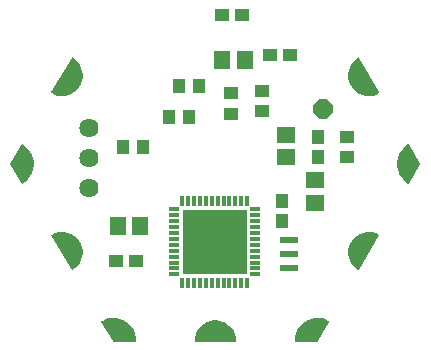
<source format=gbr>
G04 EAGLE Gerber RS-274X export*
G75*
%MOMM*%
%FSLAX34Y34*%
%LPD*%
%INSoldermask Bottom*%
%IPPOS*%
%AMOC8*
5,1,8,0,0,1.08239X$1,22.5*%
G01*
%ADD10R,1.101600X1.201600*%
%ADD11R,1.601600X1.401600*%
%ADD12R,1.501597X0.501600*%
%ADD13R,1.201600X1.101600*%
%ADD14R,1.401600X1.601600*%
%ADD15C,1.101600*%
%ADD16R,0.914400X0.355600*%
%ADD17R,0.355600X0.914400*%
%ADD18R,5.486400X5.486400*%
%ADD19P,1.759533X8X22.500000*%
%ADD20C,1.625600*%

G36*
X363739Y194947D02*
X363739Y194947D01*
X363768Y194944D01*
X363835Y194966D01*
X363905Y194980D01*
X363929Y194997D01*
X363957Y195006D01*
X364010Y195053D01*
X364069Y195093D01*
X364085Y195117D01*
X364107Y195137D01*
X364138Y195201D01*
X364176Y195260D01*
X364181Y195289D01*
X364193Y195315D01*
X364202Y195415D01*
X364209Y195457D01*
X364206Y195467D01*
X364208Y195481D01*
X363976Y198279D01*
X363966Y198313D01*
X363962Y198361D01*
X363273Y201082D01*
X363258Y201114D01*
X363246Y201160D01*
X362118Y203732D01*
X362098Y203760D01*
X362079Y203804D01*
X360543Y206155D01*
X360519Y206179D01*
X360493Y206220D01*
X358591Y208285D01*
X358563Y208306D01*
X358530Y208341D01*
X356315Y210066D01*
X356284Y210081D01*
X356246Y210111D01*
X353776Y211447D01*
X353743Y211457D01*
X353701Y211480D01*
X352515Y211888D01*
X351061Y212387D01*
X351045Y212392D01*
X351011Y212397D01*
X350965Y212412D01*
X348196Y212874D01*
X348161Y212873D01*
X348114Y212881D01*
X345306Y212881D01*
X345272Y212874D01*
X345224Y212874D01*
X342455Y212412D01*
X342422Y212400D01*
X342375Y212392D01*
X339719Y211480D01*
X339689Y211463D01*
X339644Y211447D01*
X337174Y210111D01*
X337148Y210089D01*
X337105Y210066D01*
X334890Y208341D01*
X334867Y208315D01*
X334829Y208285D01*
X332927Y206220D01*
X332909Y206190D01*
X332877Y206155D01*
X331341Y203804D01*
X331328Y203772D01*
X331302Y203732D01*
X330174Y201160D01*
X330167Y201127D01*
X330164Y201120D01*
X330158Y201111D01*
X330157Y201105D01*
X330147Y201082D01*
X329458Y198361D01*
X329456Y198326D01*
X329444Y198279D01*
X329212Y195481D01*
X329216Y195452D01*
X329211Y195423D01*
X329228Y195354D01*
X329236Y195284D01*
X329250Y195258D01*
X329257Y195230D01*
X329299Y195173D01*
X329334Y195111D01*
X329358Y195093D01*
X329375Y195070D01*
X329436Y195034D01*
X329493Y194991D01*
X329521Y194983D01*
X329546Y194968D01*
X329644Y194952D01*
X329685Y194941D01*
X329696Y194943D01*
X329710Y194941D01*
X363710Y194941D01*
X363739Y194947D01*
G37*
G36*
X225317Y255250D02*
X225317Y255250D01*
X225388Y255247D01*
X225415Y255257D01*
X225444Y255259D01*
X225534Y255301D01*
X225574Y255316D01*
X225582Y255324D01*
X225595Y255330D01*
X227898Y256929D01*
X227922Y256955D01*
X227962Y256982D01*
X229971Y258939D01*
X229990Y258968D01*
X230025Y259001D01*
X231684Y261262D01*
X231699Y261293D01*
X231728Y261332D01*
X232992Y263835D01*
X233001Y263869D01*
X233023Y263912D01*
X233859Y266589D01*
X233862Y266623D01*
X233877Y266669D01*
X234260Y269448D01*
X234258Y269482D01*
X234264Y269530D01*
X234185Y272333D01*
X234177Y272367D01*
X234176Y272415D01*
X233637Y275167D01*
X233623Y275199D01*
X233614Y275247D01*
X232629Y277872D01*
X232614Y277897D01*
X232609Y277917D01*
X232601Y277928D01*
X232594Y277947D01*
X231190Y280375D01*
X231167Y280401D01*
X231143Y280443D01*
X229359Y282606D01*
X229332Y282628D01*
X229301Y282665D01*
X227185Y284506D01*
X227155Y284523D01*
X227119Y284555D01*
X224728Y286022D01*
X224696Y286033D01*
X224655Y286059D01*
X222056Y287112D01*
X222022Y287119D01*
X221977Y287137D01*
X219240Y287748D01*
X219205Y287749D01*
X219158Y287760D01*
X216358Y287912D01*
X216324Y287907D01*
X216276Y287910D01*
X213488Y287600D01*
X213455Y287589D01*
X213407Y287584D01*
X210709Y286819D01*
X210679Y286803D01*
X210632Y286790D01*
X208097Y285591D01*
X208073Y285574D01*
X208046Y285564D01*
X207994Y285515D01*
X207937Y285472D01*
X207923Y285447D01*
X207902Y285427D01*
X207873Y285362D01*
X207837Y285301D01*
X207834Y285272D01*
X207822Y285245D01*
X207821Y285174D01*
X207812Y285103D01*
X207820Y285075D01*
X207820Y285046D01*
X207854Y284953D01*
X207866Y284912D01*
X207873Y284903D01*
X207878Y284890D01*
X224878Y255490D01*
X224897Y255468D01*
X224910Y255442D01*
X224963Y255394D01*
X225010Y255341D01*
X225036Y255329D01*
X225058Y255309D01*
X225125Y255286D01*
X225189Y255256D01*
X225218Y255254D01*
X225246Y255245D01*
X225317Y255250D01*
G37*
G36*
X477096Y402973D02*
X477096Y402973D01*
X477144Y402970D01*
X479932Y403280D01*
X479965Y403291D01*
X480013Y403296D01*
X482711Y404061D01*
X482741Y404077D01*
X482788Y404090D01*
X485323Y405289D01*
X485347Y405306D01*
X485374Y405316D01*
X485426Y405365D01*
X485483Y405408D01*
X485497Y405433D01*
X485519Y405453D01*
X485547Y405518D01*
X485583Y405580D01*
X485586Y405608D01*
X485598Y405635D01*
X485599Y405706D01*
X485608Y405777D01*
X485600Y405805D01*
X485600Y405834D01*
X485566Y405927D01*
X485554Y405968D01*
X485547Y405977D01*
X485542Y405990D01*
X468542Y435390D01*
X468523Y435412D01*
X468510Y435438D01*
X468457Y435486D01*
X468410Y435539D01*
X468384Y435551D01*
X468362Y435571D01*
X468295Y435594D01*
X468231Y435624D01*
X468202Y435626D01*
X468174Y435635D01*
X468103Y435630D01*
X468032Y435633D01*
X468005Y435623D01*
X467976Y435621D01*
X467886Y435579D01*
X467846Y435564D01*
X467838Y435556D01*
X467825Y435550D01*
X465522Y433951D01*
X465498Y433926D01*
X465458Y433898D01*
X463449Y431941D01*
X463430Y431912D01*
X463395Y431879D01*
X461736Y429618D01*
X461721Y429587D01*
X461692Y429548D01*
X460428Y427045D01*
X460419Y427011D01*
X460397Y426968D01*
X459561Y424291D01*
X459558Y424257D01*
X459543Y424211D01*
X459160Y421432D01*
X459162Y421398D01*
X459156Y421350D01*
X459235Y418547D01*
X459243Y418513D01*
X459244Y418465D01*
X459783Y415713D01*
X459797Y415681D01*
X459806Y415633D01*
X460791Y413008D01*
X460809Y412978D01*
X460826Y412933D01*
X462230Y410505D01*
X462253Y410479D01*
X462277Y410438D01*
X464061Y408274D01*
X464088Y408252D01*
X464119Y408215D01*
X466235Y406374D01*
X466265Y406357D01*
X466301Y406326D01*
X468692Y404858D01*
X468724Y404847D01*
X468765Y404821D01*
X471364Y403768D01*
X471398Y403761D01*
X471443Y403743D01*
X474180Y403132D01*
X474215Y403131D01*
X474262Y403120D01*
X477062Y402968D01*
X477096Y402973D01*
G37*
G36*
X468136Y255251D02*
X468136Y255251D01*
X468207Y255250D01*
X468234Y255261D01*
X468263Y255265D01*
X468325Y255299D01*
X468390Y255327D01*
X468411Y255348D01*
X468436Y255362D01*
X468499Y255438D01*
X468529Y255469D01*
X468533Y255479D01*
X468542Y255490D01*
X485542Y284890D01*
X485551Y284918D01*
X485568Y284942D01*
X485583Y285011D01*
X485605Y285079D01*
X485603Y285108D01*
X485609Y285136D01*
X485596Y285206D01*
X485590Y285277D01*
X485577Y285303D01*
X485571Y285331D01*
X485531Y285390D01*
X485499Y285453D01*
X485476Y285472D01*
X485460Y285496D01*
X485378Y285553D01*
X485345Y285580D01*
X485335Y285583D01*
X485323Y285591D01*
X482788Y286790D01*
X482754Y286798D01*
X482711Y286819D01*
X480013Y287584D01*
X479978Y287586D01*
X479932Y287600D01*
X477144Y287910D01*
X477110Y287907D01*
X477062Y287912D01*
X474262Y287760D01*
X474228Y287751D01*
X474180Y287748D01*
X471443Y287137D01*
X471411Y287123D01*
X471364Y287112D01*
X468765Y286059D01*
X468736Y286040D01*
X468692Y286022D01*
X466301Y284555D01*
X466276Y284531D01*
X466235Y284506D01*
X464119Y282665D01*
X464098Y282638D01*
X464061Y282606D01*
X462277Y280443D01*
X462261Y280412D01*
X462230Y280375D01*
X460826Y277947D01*
X460815Y277914D01*
X460808Y277901D01*
X460798Y277887D01*
X460798Y277884D01*
X460791Y277872D01*
X459806Y275247D01*
X459800Y275212D01*
X459783Y275167D01*
X459244Y272415D01*
X459244Y272381D01*
X459235Y272333D01*
X459156Y269530D01*
X459162Y269496D01*
X459160Y269448D01*
X459543Y266669D01*
X459555Y266637D01*
X459561Y266589D01*
X460397Y263912D01*
X460414Y263881D01*
X460428Y263835D01*
X461692Y261332D01*
X461714Y261305D01*
X461736Y261262D01*
X463395Y259001D01*
X463421Y258978D01*
X463449Y258939D01*
X465458Y256982D01*
X465487Y256963D01*
X465522Y256929D01*
X467825Y255330D01*
X467852Y255318D01*
X467875Y255300D01*
X467943Y255279D01*
X468008Y255251D01*
X468037Y255251D01*
X468065Y255243D01*
X468136Y255251D01*
G37*
G36*
X219158Y403120D02*
X219158Y403120D01*
X219192Y403129D01*
X219240Y403132D01*
X221977Y403743D01*
X222009Y403757D01*
X222056Y403768D01*
X224655Y404821D01*
X224684Y404840D01*
X224728Y404858D01*
X227119Y406326D01*
X227144Y406349D01*
X227185Y406374D01*
X229301Y408215D01*
X229322Y408242D01*
X229359Y408274D01*
X231143Y410438D01*
X231159Y410468D01*
X231190Y410505D01*
X232594Y412933D01*
X232605Y412966D01*
X232629Y413008D01*
X233614Y415633D01*
X233620Y415668D01*
X233637Y415713D01*
X234176Y418465D01*
X234176Y418500D01*
X234185Y418547D01*
X234264Y421350D01*
X234259Y421384D01*
X234260Y421432D01*
X233877Y424211D01*
X233865Y424243D01*
X233859Y424291D01*
X233023Y426968D01*
X233006Y426999D01*
X232992Y427045D01*
X231728Y429548D01*
X231706Y429575D01*
X231684Y429618D01*
X230025Y431879D01*
X229999Y431902D01*
X229971Y431941D01*
X227962Y433898D01*
X227933Y433917D01*
X227898Y433951D01*
X225595Y435550D01*
X225568Y435562D01*
X225545Y435580D01*
X225477Y435601D01*
X225412Y435629D01*
X225383Y435629D01*
X225355Y435637D01*
X225284Y435629D01*
X225213Y435630D01*
X225186Y435619D01*
X225157Y435615D01*
X225095Y435581D01*
X225030Y435553D01*
X225009Y435532D01*
X224984Y435518D01*
X224921Y435442D01*
X224891Y435411D01*
X224887Y435401D01*
X224878Y435390D01*
X207878Y405990D01*
X207869Y405962D01*
X207852Y405938D01*
X207837Y405869D01*
X207815Y405801D01*
X207817Y405772D01*
X207811Y405744D01*
X207824Y405674D01*
X207830Y405603D01*
X207843Y405577D01*
X207849Y405549D01*
X207889Y405490D01*
X207921Y405427D01*
X207944Y405408D01*
X207960Y405384D01*
X208042Y405327D01*
X208075Y405300D01*
X208085Y405297D01*
X208097Y405289D01*
X210632Y404090D01*
X210666Y404082D01*
X210709Y404061D01*
X213407Y403296D01*
X213442Y403294D01*
X213488Y403280D01*
X216276Y402970D01*
X216310Y402973D01*
X216358Y402968D01*
X219158Y403120D01*
G37*
G36*
X510437Y328451D02*
X510437Y328451D01*
X510508Y328451D01*
X510535Y328462D01*
X510564Y328465D01*
X510626Y328500D01*
X510691Y328528D01*
X510712Y328548D01*
X510737Y328563D01*
X510800Y328640D01*
X510830Y328670D01*
X510834Y328680D01*
X510843Y328691D01*
X520343Y345191D01*
X520353Y345223D01*
X520362Y345236D01*
X520366Y345260D01*
X520367Y345264D01*
X520398Y345334D01*
X520398Y345358D01*
X520406Y345380D01*
X520400Y345456D01*
X520401Y345533D01*
X520391Y345557D01*
X520390Y345578D01*
X520369Y345617D01*
X520343Y345689D01*
X510843Y362189D01*
X510824Y362211D01*
X510811Y362237D01*
X510758Y362285D01*
X510711Y362338D01*
X510685Y362351D01*
X510664Y362370D01*
X510596Y362393D01*
X510532Y362424D01*
X510503Y362426D01*
X510476Y362435D01*
X510404Y362430D01*
X510333Y362433D01*
X510306Y362423D01*
X510277Y362421D01*
X510187Y362379D01*
X510147Y362364D01*
X510139Y362357D01*
X510126Y362351D01*
X507603Y360609D01*
X507579Y360585D01*
X507541Y360558D01*
X505329Y358434D01*
X505310Y358406D01*
X505276Y358374D01*
X503434Y355923D01*
X503420Y355892D01*
X503391Y355855D01*
X501966Y353140D01*
X501957Y353109D01*
X501941Y353084D01*
X501940Y353076D01*
X501935Y353066D01*
X500964Y350158D01*
X500960Y350124D01*
X500945Y350080D01*
X500453Y347053D01*
X500454Y347019D01*
X500446Y346973D01*
X500446Y343907D01*
X500447Y343903D01*
X500447Y343901D01*
X500453Y343874D01*
X500453Y343827D01*
X500945Y340800D01*
X500957Y340769D01*
X500964Y340722D01*
X501935Y337814D01*
X501952Y337785D01*
X501966Y337740D01*
X503391Y335025D01*
X503413Y334999D01*
X503434Y334957D01*
X505276Y332506D01*
X505301Y332483D01*
X505329Y332446D01*
X507541Y330322D01*
X507569Y330304D01*
X507603Y330271D01*
X510126Y328529D01*
X510153Y328518D01*
X510175Y328499D01*
X510244Y328479D01*
X510309Y328451D01*
X510338Y328451D01*
X510366Y328443D01*
X510437Y328451D01*
G37*
G36*
X183016Y328450D02*
X183016Y328450D01*
X183087Y328447D01*
X183114Y328457D01*
X183143Y328459D01*
X183233Y328501D01*
X183273Y328516D01*
X183281Y328523D01*
X183294Y328529D01*
X185817Y330271D01*
X185841Y330295D01*
X185879Y330322D01*
X188091Y332446D01*
X188110Y332474D01*
X188144Y332506D01*
X189986Y334957D01*
X190000Y334988D01*
X190029Y335025D01*
X191454Y337740D01*
X191463Y337773D01*
X191485Y337814D01*
X192456Y340722D01*
X192460Y340756D01*
X192475Y340800D01*
X192967Y343827D01*
X192966Y343861D01*
X192974Y343907D01*
X192974Y346973D01*
X192967Y347006D01*
X192967Y347053D01*
X192475Y350080D01*
X192463Y350111D01*
X192456Y350158D01*
X191485Y353066D01*
X191472Y353089D01*
X191466Y353114D01*
X191459Y353123D01*
X191454Y353140D01*
X190029Y355855D01*
X190007Y355881D01*
X189986Y355923D01*
X188144Y358374D01*
X188119Y358397D01*
X188091Y358434D01*
X185879Y360558D01*
X185851Y360576D01*
X185817Y360609D01*
X183294Y362351D01*
X183267Y362362D01*
X183245Y362381D01*
X183176Y362401D01*
X183111Y362429D01*
X183082Y362429D01*
X183054Y362437D01*
X182983Y362429D01*
X182912Y362430D01*
X182885Y362418D01*
X182856Y362415D01*
X182794Y362380D01*
X182729Y362352D01*
X182708Y362332D01*
X182683Y362317D01*
X182620Y362240D01*
X182590Y362210D01*
X182586Y362200D01*
X182577Y362189D01*
X173077Y345689D01*
X173053Y345616D01*
X173022Y345546D01*
X173022Y345522D01*
X173014Y345500D01*
X173021Y345424D01*
X173020Y345347D01*
X173029Y345323D01*
X173030Y345302D01*
X173051Y345263D01*
X173070Y345211D01*
X173071Y345205D01*
X173073Y345203D01*
X173077Y345191D01*
X182577Y328691D01*
X182596Y328669D01*
X182609Y328643D01*
X182662Y328595D01*
X182709Y328542D01*
X182735Y328529D01*
X182757Y328510D01*
X182824Y328487D01*
X182888Y328456D01*
X182917Y328455D01*
X182944Y328445D01*
X183016Y328450D01*
G37*
G36*
X433386Y194956D02*
X433386Y194956D01*
X433464Y194965D01*
X433483Y194976D01*
X433505Y194980D01*
X433569Y195024D01*
X433637Y195063D01*
X433653Y195082D01*
X433669Y195093D01*
X433693Y195131D01*
X433743Y195191D01*
X443243Y211691D01*
X443252Y211718D01*
X443268Y211742D01*
X443283Y211812D01*
X443306Y211880D01*
X443303Y211908D01*
X443309Y211936D01*
X443296Y212007D01*
X443290Y212078D01*
X443277Y212103D01*
X443271Y212131D01*
X443231Y212191D01*
X443198Y212254D01*
X443176Y212272D01*
X443160Y212296D01*
X443077Y212354D01*
X443045Y212381D01*
X443034Y212384D01*
X443024Y212391D01*
X440258Y213700D01*
X440225Y213708D01*
X440182Y213728D01*
X437242Y214576D01*
X437208Y214579D01*
X437164Y214592D01*
X434126Y214957D01*
X434092Y214954D01*
X434045Y214960D01*
X430988Y214833D01*
X430955Y214825D01*
X430908Y214824D01*
X427911Y214208D01*
X427880Y214195D01*
X427834Y214186D01*
X424974Y213097D01*
X424946Y213079D01*
X424902Y213063D01*
X422254Y211529D01*
X422228Y211507D01*
X422188Y211484D01*
X419820Y209546D01*
X419798Y209519D01*
X419762Y209490D01*
X417735Y207197D01*
X417719Y207168D01*
X417687Y207133D01*
X416055Y204545D01*
X416043Y204513D01*
X416018Y204474D01*
X414822Y201657D01*
X414815Y201624D01*
X414812Y201617D01*
X414808Y201611D01*
X414807Y201605D01*
X414796Y201581D01*
X414068Y198609D01*
X414066Y198575D01*
X414055Y198530D01*
X413812Y195480D01*
X413816Y195451D01*
X413811Y195423D01*
X413828Y195354D01*
X413836Y195282D01*
X413851Y195258D01*
X413857Y195230D01*
X413900Y195172D01*
X413936Y195110D01*
X413958Y195093D01*
X413975Y195070D01*
X414037Y195033D01*
X414094Y194990D01*
X414122Y194983D01*
X414146Y194968D01*
X414246Y194952D01*
X414287Y194941D01*
X414297Y194943D01*
X414310Y194941D01*
X433310Y194941D01*
X433386Y194956D01*
G37*
G36*
X279138Y194946D02*
X279138Y194946D01*
X279166Y194944D01*
X279234Y194966D01*
X279305Y194980D01*
X279328Y194996D01*
X279355Y195005D01*
X279410Y195052D01*
X279469Y195093D01*
X279484Y195117D01*
X279506Y195135D01*
X279537Y195200D01*
X279576Y195260D01*
X279581Y195288D01*
X279593Y195314D01*
X279602Y195415D01*
X279609Y195457D01*
X279607Y195467D01*
X279608Y195480D01*
X279365Y198530D01*
X279356Y198562D01*
X279352Y198609D01*
X278624Y201581D01*
X278609Y201612D01*
X278598Y201657D01*
X277402Y204474D01*
X277383Y204502D01*
X277365Y204545D01*
X275733Y207133D01*
X275709Y207157D01*
X275685Y207197D01*
X273658Y209490D01*
X273631Y209510D01*
X273600Y209546D01*
X271233Y211484D01*
X271202Y211500D01*
X271166Y211529D01*
X268518Y213063D01*
X268486Y213073D01*
X268446Y213097D01*
X265586Y214186D01*
X265553Y214191D01*
X265509Y214208D01*
X262512Y214824D01*
X262478Y214824D01*
X262432Y214833D01*
X259375Y214960D01*
X259341Y214955D01*
X259294Y214957D01*
X256256Y214592D01*
X256224Y214581D01*
X256178Y214576D01*
X253238Y213728D01*
X253208Y213712D01*
X253163Y213700D01*
X250397Y212391D01*
X250374Y212374D01*
X250347Y212364D01*
X250295Y212315D01*
X250237Y212272D01*
X250223Y212247D01*
X250202Y212228D01*
X250173Y212162D01*
X250137Y212100D01*
X250134Y212072D01*
X250122Y212046D01*
X250121Y211974D01*
X250112Y211903D01*
X250120Y211876D01*
X250120Y211847D01*
X250155Y211752D01*
X250166Y211712D01*
X250173Y211703D01*
X250177Y211691D01*
X259677Y195191D01*
X259729Y195133D01*
X259775Y195070D01*
X259794Y195059D01*
X259809Y195042D01*
X259879Y195008D01*
X259946Y194968D01*
X259971Y194964D01*
X259988Y194956D01*
X260033Y194954D01*
X260110Y194941D01*
X279110Y194941D01*
X279138Y194946D01*
G37*
D10*
X433705Y367910D03*
X433705Y350910D03*
D11*
X406083Y351180D03*
X406083Y370180D03*
D12*
X408940Y257240D03*
X408940Y269240D03*
X408940Y281240D03*
D13*
X386080Y406963D03*
X386080Y389963D03*
X392820Y437515D03*
X409820Y437515D03*
D10*
X402908Y297253D03*
X402908Y314253D03*
D13*
X262328Y263208D03*
X279328Y263208D03*
D14*
X282868Y292735D03*
X263868Y292735D03*
D10*
X285043Y359728D03*
X268043Y359728D03*
D11*
X431165Y331445D03*
X431165Y312445D03*
D13*
X458470Y368228D03*
X458470Y351228D03*
D10*
X315668Y411480D03*
X332668Y411480D03*
D13*
X359728Y405058D03*
X359728Y388058D03*
D10*
X307413Y385128D03*
X324413Y385128D03*
D15*
X511910Y345440D03*
X429310Y202340D03*
X264110Y202340D03*
X181510Y345440D03*
X470610Y416940D03*
X470610Y273940D03*
X346710Y202340D03*
X222810Y273940D03*
X222810Y416940D03*
D13*
X368863Y471488D03*
X351863Y471488D03*
D14*
X352450Y433388D03*
X371450Y433388D03*
D16*
X380619Y306907D03*
X380619Y301906D03*
X380619Y296904D03*
X380619Y291903D03*
X380619Y286902D03*
X380619Y281901D03*
X380619Y276899D03*
X380619Y271898D03*
X380619Y266897D03*
X380619Y261896D03*
X380619Y256894D03*
X380619Y251893D03*
D17*
X373582Y244856D03*
X368581Y244856D03*
X363579Y244856D03*
X358578Y244856D03*
X353577Y244856D03*
X348576Y244856D03*
X343574Y244856D03*
X338573Y244856D03*
X333572Y244856D03*
X328571Y244856D03*
X323569Y244856D03*
X318568Y244856D03*
D16*
X311531Y251893D03*
X311531Y256894D03*
X311531Y261896D03*
X311531Y266897D03*
X311531Y271898D03*
X311531Y276899D03*
X311531Y281901D03*
X311531Y286902D03*
X311531Y291903D03*
X311531Y296904D03*
X311531Y301906D03*
X311531Y306907D03*
D17*
X318568Y313944D03*
X323569Y313944D03*
X328571Y313944D03*
X333572Y313944D03*
X338573Y313944D03*
X343574Y313944D03*
X348576Y313944D03*
X353577Y313944D03*
X358578Y313944D03*
X363579Y313944D03*
X368581Y313944D03*
X373582Y313944D03*
D18*
X346075Y279400D03*
D19*
X438150Y392113D03*
D20*
X239713Y376238D03*
X239713Y350838D03*
X239713Y325438D03*
M02*

</source>
